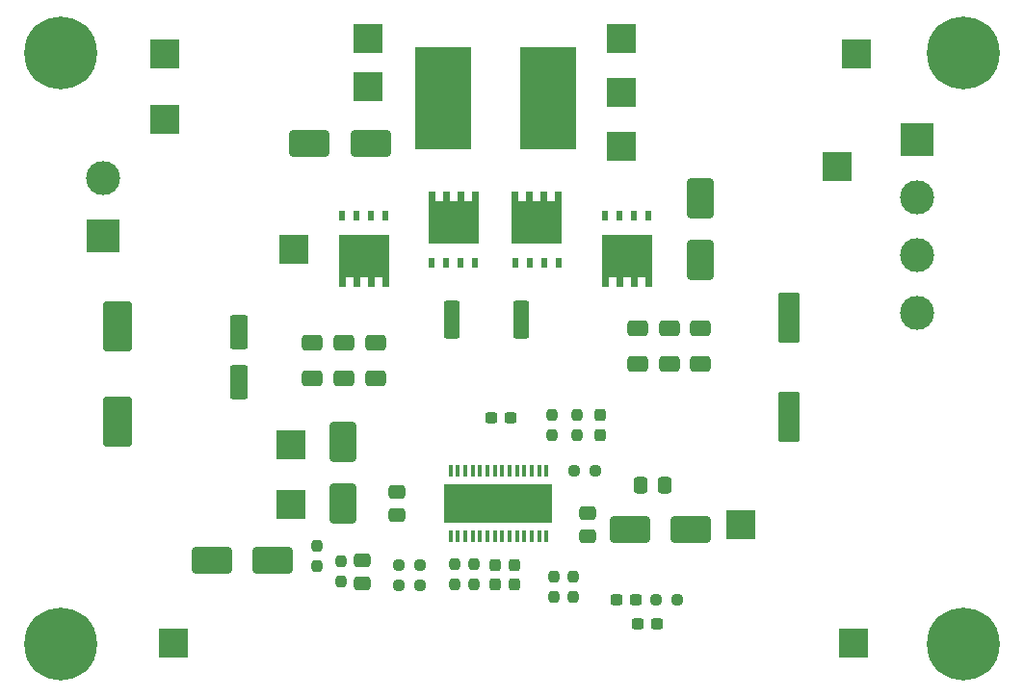
<source format=gts>
G04 #@! TF.GenerationSoftware,KiCad,Pcbnew,7.0.8*
G04 #@! TF.CreationDate,2023-11-17T17:21:29+01:00*
G04 #@! TF.ProjectId,universal12Vsupply,756e6976-6572-4736-916c-313256737570,rev?*
G04 #@! TF.SameCoordinates,Original*
G04 #@! TF.FileFunction,Soldermask,Top*
G04 #@! TF.FilePolarity,Negative*
%FSLAX46Y46*%
G04 Gerber Fmt 4.6, Leading zero omitted, Abs format (unit mm)*
G04 Created by KiCad (PCBNEW 7.0.8) date 2023-11-17 17:21:29*
%MOMM*%
%LPD*%
G01*
G04 APERTURE LIST*
G04 Aperture macros list*
%AMRoundRect*
0 Rectangle with rounded corners*
0 $1 Rounding radius*
0 $2 $3 $4 $5 $6 $7 $8 $9 X,Y pos of 4 corners*
0 Add a 4 corners polygon primitive as box body*
4,1,4,$2,$3,$4,$5,$6,$7,$8,$9,$2,$3,0*
0 Add four circle primitives for the rounded corners*
1,1,$1+$1,$2,$3*
1,1,$1+$1,$4,$5*
1,1,$1+$1,$6,$7*
1,1,$1+$1,$8,$9*
0 Add four rect primitives between the rounded corners*
20,1,$1+$1,$2,$3,$4,$5,0*
20,1,$1+$1,$4,$5,$6,$7,0*
20,1,$1+$1,$6,$7,$8,$9,0*
20,1,$1+$1,$8,$9,$2,$3,0*%
%AMFreePoly0*
4,1,17,2.675000,1.605000,1.875000,1.605000,1.875000,0.935000,2.675000,0.935000,2.675000,0.335000,1.875000,0.335000,1.875000,-0.335000,2.675000,-0.335000,2.675000,-0.935000,1.875000,-0.935000,1.875000,-1.605000,2.675000,-1.605000,2.675000,-2.205000,-1.875000,-2.205000,-1.875000,2.205000,2.675000,2.205000,2.675000,1.605000,2.675000,1.605000,$1*%
G04 Aperture macros list end*
%ADD10R,2.500000X2.500000*%
%ADD11RoundRect,0.250000X0.475000X-0.337500X0.475000X0.337500X-0.475000X0.337500X-0.475000X-0.337500X0*%
%ADD12RoundRect,0.237500X-0.300000X-0.237500X0.300000X-0.237500X0.300000X0.237500X-0.300000X0.237500X0*%
%ADD13C,0.800000*%
%ADD14C,6.400000*%
%ADD15RoundRect,0.250000X0.900000X-1.500000X0.900000X1.500000X-0.900000X1.500000X-0.900000X-1.500000X0*%
%ADD16RoundRect,0.237500X-0.237500X0.250000X-0.237500X-0.250000X0.237500X-0.250000X0.237500X0.250000X0*%
%ADD17R,0.400000X1.100000*%
%ADD18R,9.500000X3.400000*%
%ADD19RoundRect,0.250000X-1.500000X-0.900000X1.500000X-0.900000X1.500000X0.900000X-1.500000X0.900000X0*%
%ADD20RoundRect,0.250000X-0.650000X0.412500X-0.650000X-0.412500X0.650000X-0.412500X0.650000X0.412500X0*%
%ADD21RoundRect,0.237500X0.237500X-0.250000X0.237500X0.250000X-0.237500X0.250000X-0.237500X-0.250000X0*%
%ADD22RoundRect,0.237500X-0.250000X-0.237500X0.250000X-0.237500X0.250000X0.237500X-0.250000X0.237500X0*%
%ADD23RoundRect,0.237500X0.250000X0.237500X-0.250000X0.237500X-0.250000X-0.237500X0.250000X-0.237500X0*%
%ADD24RoundRect,0.250000X-1.000000X1.950000X-1.000000X-1.950000X1.000000X-1.950000X1.000000X1.950000X0*%
%ADD25RoundRect,0.249999X-0.450001X-1.425001X0.450001X-1.425001X0.450001X1.425001X-0.450001X1.425001X0*%
%ADD26RoundRect,0.237500X-0.237500X0.300000X-0.237500X-0.300000X0.237500X-0.300000X0.237500X0.300000X0*%
%ADD27FreePoly0,270.000000*%
%ADD28R,0.500000X0.850000*%
%ADD29RoundRect,0.250000X1.500000X0.900000X-1.500000X0.900000X-1.500000X-0.900000X1.500000X-0.900000X0*%
%ADD30FreePoly0,90.000000*%
%ADD31R,4.977000X9.000000*%
%ADD32RoundRect,0.250000X-0.337500X-0.475000X0.337500X-0.475000X0.337500X0.475000X-0.337500X0.475000X0*%
%ADD33RoundRect,0.250000X-0.700000X1.950000X-0.700000X-1.950000X0.700000X-1.950000X0.700000X1.950000X0*%
%ADD34R,3.000000X3.000000*%
%ADD35C,3.000000*%
%ADD36RoundRect,0.250000X-0.475000X0.337500X-0.475000X-0.337500X0.475000X-0.337500X0.475000X0.337500X0*%
%ADD37RoundRect,0.250000X-0.550000X1.250000X-0.550000X-1.250000X0.550000X-1.250000X0.550000X1.250000X0*%
G04 APERTURE END LIST*
D10*
X133400000Y-26600000D03*
D11*
X93000000Y-67192700D03*
X93000000Y-65117700D03*
D12*
X112337500Y-74600000D03*
X114062500Y-74600000D03*
D13*
X140402944Y-26500000D03*
X141105888Y-24802944D03*
X141105888Y-28197056D03*
X142802944Y-24100000D03*
D14*
X142802944Y-26500000D03*
D13*
X142802944Y-28900000D03*
X144500000Y-24802944D03*
X144500000Y-28197056D03*
X145202944Y-26500000D03*
D10*
X90500000Y-25250000D03*
D15*
X88292600Y-66137400D03*
X88292600Y-60737400D03*
D16*
X86000000Y-69837500D03*
X86000000Y-71662500D03*
D17*
X97745000Y-69000000D03*
X98395000Y-69000000D03*
X99045000Y-69000000D03*
X99695000Y-69000000D03*
X100345000Y-69000000D03*
X100995000Y-69000000D03*
X101645000Y-69000000D03*
X102295000Y-69000000D03*
X102945000Y-69000000D03*
X103595000Y-69000000D03*
X104245000Y-69000000D03*
X104895000Y-69000000D03*
X105545000Y-69000000D03*
X106195000Y-69000000D03*
X106195000Y-63300000D03*
X105545000Y-63300000D03*
X104895000Y-63300000D03*
X104245000Y-63300000D03*
X103595000Y-63300000D03*
X102945000Y-63300000D03*
X102295000Y-63300000D03*
X101645000Y-63300000D03*
X100995000Y-63300000D03*
X100345000Y-63300000D03*
X99695000Y-63300000D03*
X99045000Y-63300000D03*
X98395000Y-63300000D03*
X97745000Y-63300000D03*
D18*
X101970000Y-66150000D03*
D19*
X113500000Y-68400000D03*
X118900000Y-68400000D03*
D20*
X119748600Y-50749700D03*
X119748600Y-53874700D03*
D21*
X88114800Y-73011300D03*
X88114800Y-71186300D03*
D20*
X91200000Y-52037500D03*
X91200000Y-55162500D03*
D10*
X112750000Y-34750000D03*
X84000000Y-43750000D03*
D21*
X108875000Y-60162500D03*
X108875000Y-58337500D03*
D20*
X85600000Y-52000000D03*
X85600000Y-55125000D03*
D10*
X73400000Y-78400000D03*
D22*
X115837500Y-74600000D03*
X117662500Y-74600000D03*
D20*
X116994600Y-50749700D03*
X116994600Y-53874700D03*
D23*
X95070600Y-73318000D03*
X93245600Y-73318000D03*
D24*
X68506000Y-50576000D03*
X68506000Y-58976000D03*
D10*
X83750000Y-61000000D03*
X83750000Y-66250000D03*
D16*
X99850000Y-71462500D03*
X99850000Y-73287500D03*
D10*
X72600000Y-32400000D03*
D16*
X108561800Y-72557900D03*
X108561800Y-74382900D03*
D19*
X85364000Y-34456000D03*
X90764000Y-34456000D03*
D10*
X90500000Y-29500000D03*
D13*
X61100000Y-26500000D03*
X61802944Y-24802944D03*
X61802944Y-28197056D03*
X63500000Y-24100000D03*
D14*
X63500000Y-26500000D03*
D13*
X63500000Y-28900000D03*
X65197056Y-24802944D03*
X65197056Y-28197056D03*
X65900000Y-26500000D03*
D22*
X93247500Y-71590800D03*
X95072500Y-71590800D03*
D25*
X97900000Y-50000000D03*
X104000000Y-50000000D03*
D20*
X114200600Y-50749700D03*
X114200600Y-53874700D03*
X88400000Y-52000000D03*
X88400000Y-55125000D03*
D21*
X106700000Y-60162500D03*
X106700000Y-58337500D03*
D26*
X110924000Y-58383900D03*
X110924000Y-60108900D03*
D27*
X113250000Y-44350000D03*
D28*
X115155000Y-40800000D03*
X113885000Y-40800000D03*
X112615000Y-40800000D03*
X111345000Y-40800000D03*
D29*
X82153400Y-71159000D03*
X76753400Y-71159000D03*
D16*
X106860000Y-72557900D03*
X106860000Y-74382900D03*
D30*
X105350000Y-41400000D03*
D28*
X103445000Y-44950000D03*
X104715000Y-44950000D03*
X105985000Y-44950000D03*
X107255000Y-44950000D03*
D10*
X112750000Y-30000000D03*
X123250000Y-68000000D03*
D21*
X98125000Y-73287500D03*
X98125000Y-71462500D03*
D31*
X97126500Y-30500000D03*
X106373500Y-30500000D03*
D30*
X98000000Y-41400000D03*
D28*
X96095000Y-44950000D03*
X97365000Y-44950000D03*
X98635000Y-44950000D03*
X99905000Y-44950000D03*
D32*
X114483900Y-64555000D03*
X116558900Y-64555000D03*
D10*
X131750000Y-36500000D03*
D33*
X127500000Y-49800000D03*
X127500000Y-58500000D03*
D10*
X133200000Y-78400000D03*
D26*
X101650000Y-71525000D03*
X101650000Y-73250000D03*
D34*
X67200000Y-42640000D03*
D35*
X67200000Y-37560000D03*
D36*
X89994400Y-71112100D03*
X89994400Y-73187100D03*
D11*
X109800000Y-69037500D03*
X109800000Y-66962500D03*
D12*
X114175000Y-76725000D03*
X115900000Y-76725000D03*
D10*
X112750000Y-25250000D03*
D37*
X79174000Y-51052000D03*
X79174000Y-55452000D03*
D22*
X108637500Y-63225000D03*
X110462500Y-63225000D03*
D15*
X119750000Y-44700000D03*
X119750000Y-39300000D03*
D12*
X101337500Y-58600000D03*
X103062500Y-58600000D03*
D13*
X61100000Y-78500000D03*
X61802944Y-76802944D03*
X61802944Y-80197056D03*
X63500000Y-76100000D03*
D14*
X63500000Y-78500000D03*
D13*
X63500000Y-80900000D03*
X65197056Y-76802944D03*
X65197056Y-80197056D03*
X65900000Y-78500000D03*
D34*
X138800000Y-34140000D03*
D35*
X138800000Y-39220000D03*
X138800000Y-44300000D03*
X138800000Y-49380000D03*
D27*
X90150000Y-44350000D03*
D28*
X92055000Y-40800000D03*
X90785000Y-40800000D03*
X89515000Y-40800000D03*
X88245000Y-40800000D03*
D13*
X140402944Y-78500000D03*
X141105888Y-76802944D03*
X141105888Y-80197056D03*
X142802944Y-76100000D03*
D14*
X142802944Y-78500000D03*
D13*
X142802944Y-80900000D03*
X144500000Y-76802944D03*
X144500000Y-80197056D03*
X145202944Y-78500000D03*
D26*
X103375000Y-71525000D03*
X103375000Y-73250000D03*
D10*
X72600000Y-26600000D03*
M02*

</source>
